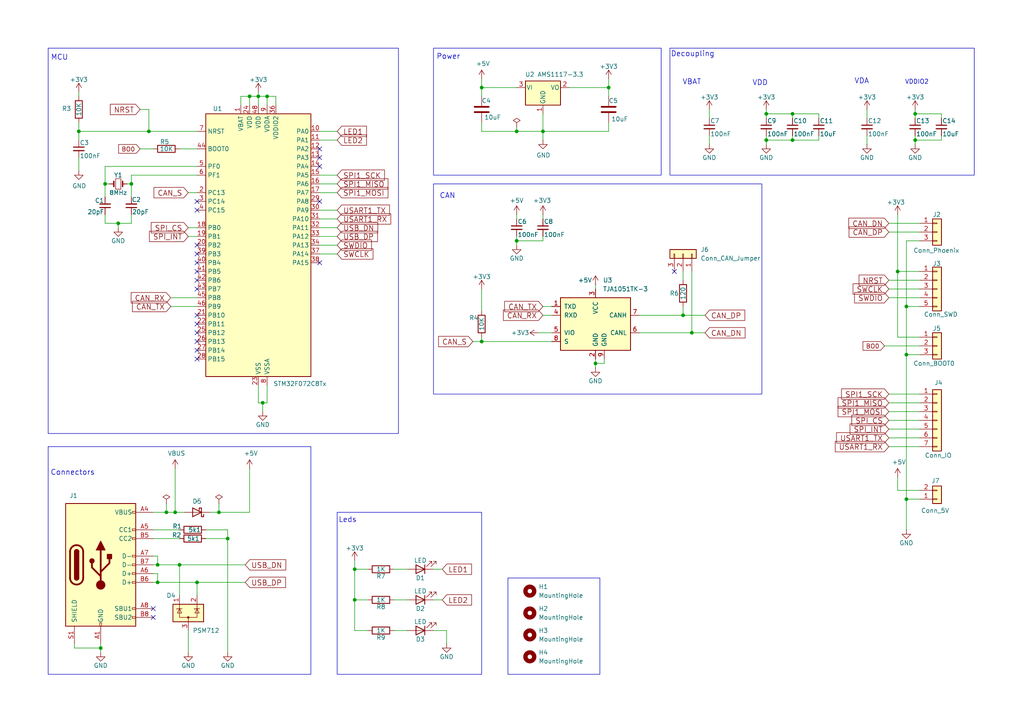
<source format=kicad_sch>
(kicad_sch (version 20250114) (generator "eeschema") (generator_version "9.0")
  (paper "A4")
  (title_block (title "canleLight") (date "2025-10-05") (rev "V2.1") (company "woldhack"))
  (rectangle (start 13.97 129.54) (end 90.17 195.58))
  (rectangle (start 147.32 167.64) (end 173.99 195.58))
  (rectangle (start 125.73 53.34) (end 220.98 114.3))
  (rectangle (start 194.31 13.97) (end 282.575 50.8))
  (rectangle (start 13.97 13.97) (end 115.57 125.73))
  (rectangle (start 125.73 13.97) (end 191.77 50.8))
  (rectangle (start 97.79 148.59) (end 139.7 195.58))
  (text "MCU" (at 17.272 16.764 0) (effects (font (size 1.524 1.524))))
  (text "Leds" (at 100.838 150.876 0) (effects (font (size 1.524 1.524))))
  (text "VDD" (at 220.472 24.13 0) (effects (font (size 1.524 1.524))))
  (text "Connectors" (at 21.082 137.16 0) (effects (font (size 1.524 1.524))))
  (text "VDDIO2" (at 265.938 23.876 0) (effects (font (size 1.27 1.27))))
  (text "VBAT" (at 200.66 23.876 0) (effects (font (size 1.524 1.524))))
  (text "VDA" (at 249.936 23.622 0) (effects (font (size 1.524 1.524))))
  (text "Power" (at 130.048 16.51 0) (effects (font (size 1.524 1.524))))
  (text "CAN" (at 129.794 56.896 0) (effects (font (size 1.524 1.524))))
  (text "Decoupling" (at 200.914 15.748 0) (effects (font (size 1.524 1.524))))
  (junction (at 102.87 165.1))
  (junction (at 45.72 163.83))
  (junction (at 229.87 40.64))
  (junction (at 72.39 27.94))
  (junction (at 139.7 25.4))
  (junction (at 229.87 33.02))
  (junction (at 38.1 53.34))
  (junction (at 265.43 40.64))
  (junction (at 50.8 148.59))
  (junction (at 52.07 163.83))
  (junction (at 43.18 38.1))
  (junction (at 66.04 156.21))
  (junction (at 176.53 25.4))
  (junction (at 260.35 78.74))
  (junction (at 139.7 99.06))
  (junction (at 262.89 144.78))
  (junction (at 222.25 33.02))
  (junction (at 149.86 38.1))
  (junction (at 157.48 38.1))
  (junction (at 29.21 187.96))
  (junction (at 149.86 69.85))
  (junction (at 76.2 116.84))
  (junction (at 48.26 148.59))
  (junction (at 198.12 91.44))
  (junction (at 63.5 148.59))
  (junction (at 262.89 102.87))
  (junction (at 57.15 168.91))
  (junction (at 34.29 64.77))
  (junction (at 200.66 96.52))
  (junction (at 74.93 27.94))
  (junction (at 30.48 53.34))
  (junction (at 45.72 168.91))
  (junction (at 172.72 105.41))
  (junction (at 22.86 38.1))
  (junction (at 222.25 40.64))
  (junction (at 262.89 88.9))
  (junction (at 265.43 33.02))
  (junction (at 102.87 173.99))
  (junction (at 77.47 27.94))
  (no_connect (at 57.15 101.6))
  (no_connect (at 57.15 76.2))
  (no_connect (at 57.15 71.12))
  (no_connect (at 57.15 99.06))
  (no_connect (at 57.15 73.66))
  (no_connect (at 92.71 45.72))
  (no_connect (at 92.71 58.42))
  (no_connect (at 57.15 78.74))
  (no_connect (at 44.45 176.53))
  (no_connect (at 57.15 96.52))
  (no_connect (at 92.71 43.18))
  (no_connect (at 44.45 179.07))
  (no_connect (at 92.71 76.2))
  (no_connect (at 57.15 93.98))
  (no_connect (at 195.58 78.74))
  (no_connect (at 92.71 48.26))
  (no_connect (at 57.15 58.42))
  (no_connect (at 57.15 104.14))
  (no_connect (at 57.15 60.96))
  (no_connect (at 57.15 81.28))
  (no_connect (at 57.15 83.82))
  (no_connect (at 57.15 91.44))
  (wire (pts (xy 52.07 163.83) (xy 52.07 172.72)))
  (wire (pts (xy 38.1 50.8) (xy 57.15 50.8)))
  (wire (pts (xy 222.25 40.64) (xy 229.87 40.64)))
  (wire (pts (xy 251.46 39.37) (xy 251.46 41.91)))
  (wire (pts (xy 172.72 82.55) (xy 172.72 83.82)))
  (wire (pts (xy 260.35 97.79) (xy 260.35 78.74)))
  (wire (pts (xy 102.87 165.1) (xy 102.87 173.99)))
  (wire (pts (xy 257.81 116.84) (xy 266.7 116.84)))
  (wire (pts (xy 77.47 27.94) (xy 80.01 27.94)))
  (wire (pts (xy 22.86 45.72) (xy 22.86 49.53)))
  (wire (pts (xy 265.43 40.64) (xy 273.05 40.64)))
  (wire (pts (xy 30.48 53.34) (xy 30.48 57.15)))
  (wire (pts (xy 72.39 27.94) (xy 72.39 30.48)))
  (wire (pts (xy 30.48 53.34) (xy 30.48 48.26)))
  (wire (pts (xy 48.26 146.05) (xy 48.26 148.59)))
  (wire (pts (xy 265.43 31.75) (xy 265.43 33.02)))
  (wire (pts (xy 260.35 78.74) (xy 266.7 78.74)))
  (wire (pts (xy 139.7 97.79) (xy 139.7 99.06)))
  (wire (pts (xy 273.05 39.37) (xy 273.05 40.64)))
  (wire (pts (xy 125.73 182.88) (xy 129.54 182.88)))
  (wire (pts (xy 45.72 163.83) (xy 45.72 161.29)))
  (wire (pts (xy 34.29 64.77) (xy 38.1 64.77)))
  (wire (pts (xy 30.48 53.34) (xy 31.75 53.34)))
  (wire (pts (xy 129.54 182.88) (xy 129.54 186.69)))
  (wire (pts (xy 22.86 38.1) (xy 22.86 40.64)))
  (wire (pts (xy 257.81 81.28) (xy 266.7 81.28)))
  (wire (pts (xy 76.2 116.84) (xy 77.47 116.84)))
  (wire (pts (xy 92.71 38.1) (xy 97.79 38.1)))
  (wire (pts (xy 76.2 119.38) (xy 76.2 116.84)))
  (wire (pts (xy 102.87 165.1) (xy 106.68 165.1)))
  (wire (pts (xy 198.12 78.74) (xy 198.12 81.28)))
  (wire (pts (xy 57.15 86.36) (xy 49.53 86.36)))
  (wire (pts (xy 74.93 116.84) (xy 76.2 116.84)))
  (wire (pts (xy 29.21 187.96) (xy 29.21 189.23)))
  (wire (pts (xy 74.93 27.94) (xy 77.47 27.94)))
  (wire (pts (xy 257.81 64.77) (xy 266.7 64.77)))
  (wire (pts (xy 257.81 86.36) (xy 266.7 86.36)))
  (wire (pts (xy 22.86 38.1) (xy 43.18 38.1)))
  (wire (pts (xy 262.89 88.9) (xy 262.89 102.87)))
  (wire (pts (xy 160.02 99.06) (xy 139.7 99.06)))
  (wire (pts (xy 229.87 33.02) (xy 237.49 33.02)))
  (wire (pts (xy 257.81 124.46) (xy 266.7 124.46)))
  (wire (pts (xy 92.71 50.8) (xy 97.79 50.8)))
  (wire (pts (xy 74.93 27.94) (xy 74.93 26.67)))
  (wire (pts (xy 260.35 142.24) (xy 260.35 138.43)))
  (wire (pts (xy 80.01 27.94) (xy 80.01 30.48)))
  (wire (pts (xy 57.15 55.88) (xy 54.61 55.88)))
  (wire (pts (xy 139.7 25.4) (xy 149.86 25.4)))
  (wire (pts (xy 176.53 25.4) (xy 176.53 22.86)))
  (wire (pts (xy 222.25 40.64) (xy 222.25 41.91)))
  (wire (pts (xy 43.18 38.1) (xy 57.15 38.1)))
  (wire (pts (xy 44.45 148.59) (xy 48.26 148.59)))
  (wire (pts (xy 92.71 63.5) (xy 97.79 63.5)))
  (wire (pts (xy 66.04 156.21) (xy 66.04 189.23)))
  (wire (pts (xy 139.7 25.4) (xy 139.7 27.94)))
  (wire (pts (xy 44.45 156.21) (xy 52.07 156.21)))
  (wire (pts (xy 66.04 153.67) (xy 59.69 153.67)))
  (wire (pts (xy 172.72 105.41) (xy 172.72 106.68)))
  (wire (pts (xy 54.61 66.04) (xy 57.15 66.04)))
  (wire (pts (xy 45.72 166.37) (xy 44.45 166.37)))
  (wire (pts (xy 69.85 27.94) (xy 72.39 27.94)))
  (wire (pts (xy 222.25 33.02) (xy 222.25 34.29)))
  (wire (pts (xy 102.87 162.56) (xy 102.87 165.1)))
  (wire (pts (xy 48.26 148.59) (xy 50.8 148.59)))
  (wire (pts (xy 165.1 25.4) (xy 176.53 25.4)))
  (wire (pts (xy 229.87 39.37) (xy 229.87 40.64)))
  (wire (pts (xy 149.86 71.12) (xy 149.86 69.85)))
  (wire (pts (xy 92.71 73.66) (xy 97.79 73.66)))
  (wire (pts (xy 265.43 39.37) (xy 265.43 40.64)))
  (wire (pts (xy 114.3 165.1) (xy 118.11 165.1)))
  (wire (pts (xy 74.93 111.76) (xy 74.93 116.84)))
  (wire (pts (xy 262.89 69.85) (xy 266.7 69.85)))
  (wire (pts (xy 30.48 64.77) (xy 30.48 62.23)))
  (wire (pts (xy 149.86 69.85) (xy 157.48 69.85)))
  (wire (pts (xy 262.89 102.87) (xy 262.89 144.78)))
  (wire (pts (xy 237.49 33.02) (xy 237.49 34.29)))
  (wire (pts (xy 57.15 168.91) (xy 57.15 172.72)))
  (wire (pts (xy 63.5 148.59) (xy 72.39 148.59)))
  (wire (pts (xy 157.48 69.85) (xy 157.48 68.58)))
  (wire (pts (xy 229.87 33.02) (xy 229.87 34.29)))
  (wire (pts (xy 50.8 148.59) (xy 53.34 148.59)))
  (wire (pts (xy 205.74 39.37) (xy 205.74 41.91)))
  (wire (pts (xy 44.45 168.91) (xy 45.72 168.91)))
  (wire (pts (xy 60.96 148.59) (xy 63.5 148.59)))
  (wire (pts (xy 257.81 83.82) (xy 266.7 83.82)))
  (wire (pts (xy 54.61 68.58) (xy 57.15 68.58)))
  (wire (pts (xy 54.61 182.88) (xy 54.61 189.23)))
  (wire (pts (xy 157.48 33.02) (xy 157.48 38.1)))
  (wire (pts (xy 40.64 43.18) (xy 44.45 43.18)))
  (wire (pts (xy 92.71 40.64) (xy 97.79 40.64)))
  (wire (pts (xy 257.81 127) (xy 266.7 127)))
  (wire (pts (xy 262.89 144.78) (xy 266.7 144.78)))
  (wire (pts (xy 176.53 35.56) (xy 176.53 38.1)))
  (wire (pts (xy 172.72 104.14) (xy 172.72 105.41)))
  (wire (pts (xy 77.47 30.48) (xy 77.47 27.94)))
  (wire (pts (xy 102.87 173.99) (xy 102.87 182.88)))
  (wire (pts (xy 38.1 64.77) (xy 38.1 62.23)))
  (wire (pts (xy 266.7 142.24) (xy 260.35 142.24)))
  (wire (pts (xy 74.93 30.48) (xy 74.93 27.94)))
  (wire (pts (xy 262.89 144.78) (xy 262.89 153.67)))
  (wire (pts (xy 175.26 105.41) (xy 172.72 105.41)))
  (wire (pts (xy 29.21 187.96) (xy 21.59 187.96)))
  (wire (pts (xy 222.25 31.75) (xy 222.25 33.02)))
  (wire (pts (xy 34.29 66.04) (xy 34.29 64.77)))
  (wire (pts (xy 176.53 25.4) (xy 176.53 27.94)))
  (wire (pts (xy 43.18 31.75) (xy 43.18 38.1)))
  (wire (pts (xy 175.26 104.14) (xy 175.26 105.41)))
  (wire (pts (xy 222.25 33.02) (xy 229.87 33.02)))
  (wire (pts (xy 77.47 116.84) (xy 77.47 111.76)))
  (wire (pts (xy 29.21 186.69) (xy 29.21 187.96)))
  (wire (pts (xy 198.12 91.44) (xy 204.47 91.44)))
  (wire (pts (xy 265.43 33.02) (xy 265.43 34.29)))
  (wire (pts (xy 200.66 96.52) (xy 204.47 96.52)))
  (wire (pts (xy 92.71 71.12) (xy 97.79 71.12)))
  (wire (pts (xy 38.1 50.8) (xy 38.1 53.34)))
  (wire (pts (xy 114.3 182.88) (xy 118.11 182.88)))
  (wire (pts (xy 114.3 173.99) (xy 118.11 173.99)))
  (wire (pts (xy 257.81 129.54) (xy 266.7 129.54)))
  (wire (pts (xy 102.87 173.99) (xy 106.68 173.99)))
  (wire (pts (xy 260.35 78.74) (xy 260.35 62.23)))
  (wire (pts (xy 92.71 66.04) (xy 97.79 66.04)))
  (wire (pts (xy 139.7 83.82) (xy 139.7 90.17)))
  (wire (pts (xy 52.07 163.83) (xy 45.72 163.83)))
  (wire (pts (xy 59.69 156.21) (xy 66.04 156.21)))
  (wire (pts (xy 125.73 173.99) (xy 128.27 173.99)))
  (wire (pts (xy 125.73 165.1) (xy 128.27 165.1)))
  (wire (pts (xy 69.85 30.48) (xy 69.85 27.94)))
  (wire (pts (xy 72.39 27.94) (xy 74.93 27.94)))
  (wire (pts (xy 50.8 135.89) (xy 50.8 148.59)))
  (wire (pts (xy 22.86 26.67) (xy 22.86 27.94)))
  (wire (pts (xy 92.71 55.88) (xy 97.79 55.88)))
  (wire (pts (xy 157.48 40.64) (xy 157.48 38.1)))
  (wire (pts (xy 157.48 88.9) (xy 160.02 88.9)))
  (wire (pts (xy 257.81 114.3) (xy 266.7 114.3)))
  (wire (pts (xy 63.5 146.05) (xy 63.5 148.59)))
  (wire (pts (xy 139.7 99.06) (xy 137.16 99.06)))
  (wire (pts (xy 92.71 53.34) (xy 97.79 53.34)))
  (wire (pts (xy 237.49 39.37) (xy 237.49 40.64)))
  (wire (pts (xy 57.15 168.91) (xy 45.72 168.91)))
  (wire (pts (xy 262.89 88.9) (xy 266.7 88.9)))
  (wire (pts (xy 229.87 40.64) (xy 237.49 40.64)))
  (wire (pts (xy 45.72 168.91) (xy 45.72 166.37)))
  (wire (pts (xy 205.74 31.75) (xy 205.74 34.29)))
  (wire (pts (xy 92.71 60.96) (xy 97.79 60.96)))
  (wire (pts (xy 257.81 121.92) (xy 266.7 121.92)))
  (wire (pts (xy 262.89 69.85) (xy 262.89 88.9)))
  (wire (pts (xy 185.42 96.52) (xy 200.66 96.52)))
  (wire (pts (xy 45.72 161.29) (xy 44.45 161.29)))
  (wire (pts (xy 22.86 35.56) (xy 22.86 38.1)))
  (wire (pts (xy 260.35 97.79) (xy 266.7 97.79)))
  (wire (pts (xy 265.43 33.02) (xy 273.05 33.02)))
  (wire (pts (xy 200.66 78.74) (xy 200.66 96.52)))
  (wire (pts (xy 38.1 53.34) (xy 36.83 53.34)))
  (wire (pts (xy 149.86 36.83) (xy 149.86 38.1)))
  (wire (pts (xy 156.21 96.52) (xy 160.02 96.52)))
  (wire (pts (xy 139.7 25.4) (xy 139.7 22.86)))
  (wire (pts (xy 273.05 33.02) (xy 273.05 34.29)))
  (wire (pts (xy 92.71 68.58) (xy 97.79 68.58)))
  (wire (pts (xy 57.15 88.9) (xy 49.53 88.9)))
  (wire (pts (xy 149.86 62.23) (xy 149.86 63.5)))
  (wire (pts (xy 52.07 43.18) (xy 57.15 43.18)))
  (wire (pts (xy 149.86 38.1) (xy 157.48 38.1)))
  (wire (pts (xy 257.81 67.31) (xy 266.7 67.31)))
  (wire (pts (xy 262.89 102.87) (xy 266.7 102.87)))
  (wire (pts (xy 38.1 53.34) (xy 38.1 57.15)))
  (wire (pts (xy 30.48 48.26) (xy 57.15 48.26)))
  (wire (pts (xy 44.45 163.83) (xy 45.72 163.83)))
  (wire (pts (xy 157.48 62.23) (xy 157.48 63.5)))
  (wire (pts (xy 44.45 153.67) (xy 52.07 153.67)))
  (wire (pts (xy 139.7 38.1) (xy 149.86 38.1)))
  (wire (pts (xy 139.7 35.56) (xy 139.7 38.1)))
  (wire (pts (xy 157.48 38.1) (xy 176.53 38.1)))
  (wire (pts (xy 149.86 69.85) (xy 149.86 68.58)))
  (wire (pts (xy 102.87 182.88) (xy 106.68 182.88)))
  (wire (pts (xy 71.12 163.83) (xy 52.07 163.83)))
  (wire (pts (xy 71.12 168.91) (xy 57.15 168.91)))
  (wire (pts (xy 66.04 153.67) (xy 66.04 156.21)))
  (wire (pts (xy 222.25 39.37) (xy 222.25 40.64)))
  (wire (pts (xy 257.81 119.38) (xy 266.7 119.38)))
  (wire (pts (xy 256.54 100.33) (xy 266.7 100.33)))
  (wire (pts (xy 198.12 88.9) (xy 198.12 91.44)))
  (wire (pts (xy 251.46 31.75) (xy 251.46 34.29)))
  (wire (pts (xy 21.59 186.69) (xy 21.59 187.96)))
  (wire (pts (xy 185.42 91.44) (xy 198.12 91.44)))
  (wire (pts (xy 265.43 40.64) (xy 265.43 41.91)))
  (wire (pts (xy 30.48 64.77) (xy 34.29 64.77)))
  (wire (pts (xy 157.48 91.44) (xy 160.02 91.44)))
  (wire (pts (xy 40.64 31.75) (xy 43.18 31.75)))
  (wire (pts (xy 72.39 148.59) (xy 72.39 135.89)))
  (global_label "USB_DN" (shape input) (at 97.79 66.04 0) (effects (font (size 1.524 1.524))) (property "Intersheetrefs" "${INTERSHEET_REFS}" (effects (hide yes))))
  (global_label "SPI1_MISO" (shape input) (at 97.79 53.34 0) (effects (font (size 1.524 1.524))) (property "Intersheetrefs" "${INTERSHEET_REFS}" (effects (hide yes))))
  (global_label "SPI1_MOSI" (shape input) (at 97.79 55.88 0) (effects (font (size 1.524 1.524))) (property "Intersheetrefs" "${INTERSHEET_REFS}" (effects (hide yes))))
  (global_label "CAN_S" (shape input) (at 54.61 55.88 180) (effects (font (size 1.524 1.524))) (property "Intersheetrefs" "${INTERSHEET_REFS}" (effects (hide yes))))
  (global_label "SWDIO" (shape input) (at 97.79 71.12 0) (effects (font (size 1.524 1.524))) (property "Intersheetrefs" "${INTERSHEET_REFS}" (effects (hide yes))))
  (global_label "NRST" (shape input) (at 40.64 31.75 180) (effects (font (size 1.524 1.524))) (property "Intersheetrefs" "${INTERSHEET_REFS}" (effects (hide yes))))
  (global_label "USB_DP" (shape input) (at 71.12 168.91 0) (effects (font (size 1.524 1.524))) (property "Intersheetrefs" "${INTERSHEET_REFS}" (effects (hide yes))))
  (global_label "CAN_TX" (shape input) (at 157.48 88.9 180) (effects (font (size 1.524 1.524))) (property "Intersheetrefs" "${INTERSHEET_REFS}" (effects (hide yes))))
  (global_label "CAN_RX" (shape input) (at 157.48 91.44 180) (effects (font (size 1.524 1.524))) (property "Intersheetrefs" "${INTERSHEET_REFS}" (effects (hide yes))))
  (global_label "SWCLK" (shape input) (at 97.79 73.66 0) (effects (font (size 1.524 1.524))) (property "Intersheetrefs" "${INTERSHEET_REFS}" (effects (hide yes))))
  (global_label "CAN_DN" (shape input) (at 257.81 64.77 180) (effects (font (size 1.524 1.524))) (property "Intersheetrefs" "${INTERSHEET_REFS}" (effects (hide yes))))
  (global_label "USART1_RX" (shape input) (at 97.79 63.5 0) (effects (font (size 1.524 1.524))) (property "Intersheetrefs" "${INTERSHEET_REFS}" (effects (hide yes))))
  (global_label "SPI1_MISO" (shape input) (at 257.81 116.84 180) (effects (font (size 1.524 1.524))) (property "Intersheetrefs" "${INTERSHEET_REFS}" (effects (hide yes))))
  (global_label "SPI_CS" (shape input) (at 257.81 121.92 180) (effects (font (size 1.524 1.524))) (property "Intersheetrefs" "${INTERSHEET_REFS}" (effects (hide yes))))
  (global_label "LED2" (shape input) (at 97.79 40.64 0) (effects (font (size 1.524 1.524))) (property "Intersheetrefs" "${INTERSHEET_REFS}" (effects (hide yes))))
  (global_label "SPI_INT" (shape input) (at 54.61 68.58 180) (effects (font (size 1.524 1.524))) (property "Intersheetrefs" "${INTERSHEET_REFS}" (effects (hide yes))))
  (global_label "USB_DN" (shape input) (at 71.12 163.83 0) (effects (font (size 1.524 1.524))) (property "Intersheetrefs" "${INTERSHEET_REFS}" (effects (hide yes))))
  (global_label "CAN_S" (shape input) (at 137.16 99.06 180) (effects (font (size 1.524 1.524))) (property "Intersheetrefs" "${INTERSHEET_REFS}" (effects (hide yes))))
  (global_label "LED1" (shape input) (at 128.27 165.1 0) (effects (font (size 1.524 1.524))) (property "Intersheetrefs" "${INTERSHEET_REFS}" (effects (hide yes))))
  (global_label "BO0" (shape input) (at 40.64 43.18 180) (property "Intersheetrefs" "${INTERSHEET_REFS}" (effects (hide yes))))
  (global_label "BO0" (shape input) (at 256.54 100.33 180) (property "Intersheetrefs" "${INTERSHEET_REFS}" (effects (hide yes))))
  (global_label "SWCLK" (shape input) (at 257.81 83.82 180) (effects (font (size 1.524 1.524))) (property "Intersheetrefs" "${INTERSHEET_REFS}" (effects (hide yes))))
  (global_label "SWDIO" (shape input) (at 257.81 86.36 180) (effects (font (size 1.524 1.524))) (property "Intersheetrefs" "${INTERSHEET_REFS}" (effects (hide yes))))
  (global_label "CAN_DP" (shape input) (at 257.81 67.31 180) (effects (font (size 1.524 1.524))) (property "Intersheetrefs" "${INTERSHEET_REFS}" (effects (hide yes))))
  (global_label "SPI_INT" (shape input) (at 257.81 124.46 180) (effects (font (size 1.524 1.524))) (property "Intersheetrefs" "${INTERSHEET_REFS}" (effects (hide yes))))
  (global_label "LED2" (shape input) (at 128.27 173.99 0) (effects (font (size 1.524 1.524))) (property "Intersheetrefs" "${INTERSHEET_REFS}" (effects (hide yes))))
  (global_label "USB_DP" (shape input) (at 97.79 68.58 0) (effects (font (size 1.524 1.524))) (property "Intersheetrefs" "${INTERSHEET_REFS}" (effects (hide yes))))
  (global_label "USART1_TX" (shape input) (at 97.79 60.96 0) (effects (font (size 1.524 1.524))) (property "Intersheetrefs" "${INTERSHEET_REFS}" (effects (hide yes))))
  (global_label "CAN_DP" (shape input) (at 204.47 91.44 0) (effects (font (size 1.524 1.524))) (property "Intersheetrefs" "${INTERSHEET_REFS}" (effects (hide yes))))
  (global_label "SPI_CS" (shape input) (at 54.61 66.04 180) (effects (font (size 1.524 1.524))) (property "Intersheetrefs" "${INTERSHEET_REFS}" (effects (hide yes))))
  (global_label "USART1_TX" (shape input) (at 257.81 127 180) (effects (font (size 1.524 1.524))) (property "Intersheetrefs" "${INTERSHEET_REFS}" (effects (hide yes))))
  (global_label "CAN_TX" (shape input) (at 49.53 88.9 180) (effects (font (size 1.524 1.524))) (property "Intersheetrefs" "${INTERSHEET_REFS}" (effects (hide yes))))
  (global_label "CAN_RX" (shape input) (at 49.53 86.36 180) (effects (font (size 1.524 1.524))) (property "Intersheetrefs" "${INTERSHEET_REFS}" (effects (hide yes))))
  (global_label "USART1_RX" (shape input) (at 257.81 129.54 180) (effects (font (size 1.524 1.524))) (property "Intersheetrefs" "${INTERSHEET_REFS}" (effects (hide yes))))
  (global_label "NRST" (shape input) (at 257.81 81.28 180) (effects (font (size 1.524 1.524))) (property "Intersheetrefs" "${INTERSHEET_REFS}" (effects (hide yes))))
  (global_label "SPI1_SCK" (shape input) (at 97.79 50.8 0) (effects (font (size 1.524 1.524))) (property "Intersheetrefs" "${INTERSHEET_REFS}" (effects (hide yes))))
  (global_label "CAN_DN" (shape input) (at 204.47 96.52 0) (effects (font (size 1.524 1.524))) (property "Intersheetrefs" "${INTERSHEET_REFS}" (effects (hide yes))))
  (global_label "SPI1_SCK" (shape input) (at 257.81 114.3 180) (effects (font (size 1.524 1.524))) (property "Intersheetrefs" "${INTERSHEET_REFS}" (effects (hide yes))))
  (global_label "LED1" (shape input) (at 97.79 38.1 0) (effects (font (size 1.524 1.524))) (property "Intersheetrefs" "${INTERSHEET_REFS}" (effects (hide yes))))
  (global_label "SPI1_MOSI" (shape input) (at 257.81 119.38 180) (effects (font (size 1.524 1.524))) (property "Intersheetrefs" "${INTERSHEET_REFS}" (effects (hide yes))))
  (symbol (lib_id "power:PWR_FLAG") (at 48.26 146.05 0) (unit 1)
    (property "Reference" "#FLG03" (effects (hide yes)))
    (property "Value" "PWR_FLAG" (effects (hide yes)))
  )
  (symbol (lib_id "power:PWR_FLAG") (at 63.5 146.05 0) (unit 1)
    (property "Reference" "#FLG04" (effects (hide yes)))
    (property "Value" "PWR_FLAG" (effects (hide yes)))
  )
  (symbol (lib_id "power:PWR_FLAG") (at 149.86 36.83 0) (unit 1)
    (property "Reference" "#FLG01" (effects (hide yes)))
    (property "Value" "PWR_FLAG" (effects (hide yes)))
  )
  (symbol (lib_id "Device:LED") (at 121.92 165.1 180) (unit 1)
    (property "Reference" "D1" (at 121.92 167.64 0))
    (property "Value" "LED" (at 121.92 162.56 0))
    (property "Footprint" "LED_SMD:LED_0603_1608Metric" (effects (hide yes)))
    (property "Description" "Light emitting diode" (effects (hide yes)))
    (property "LCSC" "C2290" (effects (hide yes)))
    (property "Sim.Pins" "1=K 2=A" (effects (hide yes)))
  )
  (symbol (lib_id "Connector_Generic:Conn_01x03") (at 271.78 100.33 0) (unit 1)
    (property "Reference" "J5" (at 270.51 95.25 0) (effects (justify left)))
    (property "Value" "Conn_BOOT0" (at 264.922 105.41 0) (effects (justify left)))
    (property "Footprint" "Connector_PinHeader_2.54mm:PinHeader_1x03_P2.54mm_Vertical" (effects (hide yes)))
    (property "Description" "Generic connector, single row, 01x03, script generated (kicad-library-utils/schlib/autogen/connector/)" (effects (hide yes)))
    (property "LCSC" "C32713269" (effects (hide yes)))
  )
  (symbol (lib_id "power:VBUS") (at 50.8 135.89 0) (unit 1)
    (property "Reference" "#PWR035" (effects (hide yes)))
    (property "Value" "VBUS" (at 51.181 131.4958 0))
  )
  (symbol (lib_id "stm32world:USB_C_Receptacle_USB2.0") (at 29.21 163.83 0) (unit 1)
    (property "Reference" "J1" (at 21.336 143.764 0))
    (property "Value" "USB_C_Receptacle_USB2.0" (effects (hide yes)))
    (property "Footprint" "stm32world:USB_C_Receptacle_HRO_TYPE-C-31-M-12" (effects (hide yes)))
    (property "LCSC" "C165948" (effects (hide yes)))
  )
  (symbol (lib_id "power:+3.3V") (at 157.48 62.23 0) (unit 1)
    (property "Reference" "#PWR025" (effects (hide yes)))
    (property "Value" "+3V3" (at 157.226 58.166 0))
    (property "Description" "Power symbol creates a global label with name \"+3.3V\"" (effects (hide yes)))
  )
  (symbol (lib_id "Device:R") (at 139.7 93.98 0) (unit 1)
    (property "Reference" "R4" (at 137.414 92.202 0))
    (property "Value" "10K" (at 139.7 93.98 90))
    (property "Footprint" "Resistor_SMD:R_0603_1608Metric" (effects (hide yes)))
    (property "Description" "Resistor" (effects (hide yes)))
    (property "LCSC" "C25804" (effects (hide yes)))
  )
  (symbol (lib_id "power:+5V") (at 72.39 135.89 0) (unit 1)
    (property "Reference" "#PWR036" (effects (hide yes)))
    (property "Value" "+5V" (at 72.771 131.4958 0))
  )
  (symbol (lib_id "Device:R") (at 48.26 43.18 90) (unit 1)
    (property "Reference" "R5" (at 47.752 41.148 90))
    (property "Value" "10K" (at 48.26 43.18 90))
    (property "Footprint" "Resistor_SMD:R_0603_1608Metric" (effects (hide yes)))
    (property "Description" "Resistor" (effects (hide yes)))
    (property "LCSC" "C25804" (effects (hide yes)))
  )
  (symbol (lib_id "Device:C_Small") (at 229.87 36.83 0) (unit 1)
    (property "Reference" "C10" (at 230.124 35.052 0) (effects (justify left)))
    (property "Value" "100nF" (at 230.124 38.862 0) (effects (justify left)))
    (property "Footprint" "Capacitor_SMD:C_0603_1608Metric" (effects (hide yes)))
    (property "Description" "Unpolarized capacitor, small symbol" (effects (hide yes)))
    (property "LCSC" "C14663" (effects (hide yes)))
  )
  (symbol (lib_id "Connector_Generic:Conn_01x07") (at 271.78 121.92 0) (unit 1)
    (property "Reference" "J4" (at 271.018 110.998 0) (effects (justify left)))
    (property "Value" "Conn_IO" (at 268.224 132.08 0) (effects (justify left)))
    (property "Footprint" "Connector_PinHeader_2.54mm:PinHeader_1x07_P2.54mm_Vertical" (effects (hide yes)))
    (property "Description" "Generic connector, single row, 01x07, script generated (kicad-library-utils/schlib/autogen/connector/)" (effects (hide yes)))
    (property "LCSC" "C32713273" (effects (hide yes)))
  )
  (symbol (lib_id "stm32world:AMS1117-3.3") (at 157.48 25.4 0) (unit 1)
    (property "Reference" "U2" (at 153.67 21.59 0))
    (property "Value" "AMS1117-3.3" (at 162.56 21.59 0))
    (property "Footprint" "Package_TO_SOT_SMD:SOT-223-3_TabPin2" (effects (hide yes)))
    (property "Datasheet" "https://datasheet.lcsc.com/lcsc/1811142212_Advanced-Monolithic-Systems-AMS1117-3-3_C6186.pdf" (effects (hide yes)))
    (property "LCSC" "C6186" (effects (hide yes)))
  )
  (symbol (lib_id "Mechanical:MountingHole") (at 153.67 171.45 0) (unit 1) (exclude_from_sim yes) (in_bom no)
    (property "Reference" "H1" (at 156.21 170.1799 0) (effects (justify left)))
    (property "Value" "MountingHole" (at 156.21 172.7199 0) (effects (justify left)))
    (property "Footprint" "MountingHole:MountingHole_2.1mm" (effects (hide yes)))
    (property "Description" "Mounting Hole without connection" (effects (hide yes)))
  )
  (symbol (lib_id "power:GND") (at 66.04 189.23 0) (unit 1)
    (property "Reference" "#PWR04" (effects (hide yes)))
    (property "Value" "GND" (at 66.04 193.04 0))
    (property "Description" "Power symbol creates a global label with name \"GND\" , ground" (effects (hide yes)))
  )
  (symbol (lib_id "Device:R") (at 110.49 165.1 270) (unit 1)
    (property "Reference" "R7" (at 110.49 167.132 90))
    (property "Value" "1K" (at 110.49 165.1 90))
    (property "Footprint" "Resistor_SMD:R_0603_1608Metric" (effects (hide yes)))
    (property "Description" "Resistor" (effects (hide yes)))
    (property "LCSC" "C21190" (effects (hide yes)))
  )
  (symbol (lib_name "+3.3V_12") (lib_id "candleLight-rescue:+3.3V") (at 205.74 31.75 0) (unit 1)
    (property "Reference" "#PWR023" (effects (hide yes)))
    (property "Value" "+3V3" (at 205.74 28.194 0))
  )
  (symbol (lib_id "power:GND") (at 129.54 186.69 0) (unit 1)
    (property "Reference" "#PWR033" (effects (hide yes)))
    (property "Value" "GND" (at 129.54 190.5 0))
    (property "Description" "Power symbol creates a global label with name \"GND\" , ground" (effects (hide yes)))
  )
  (symbol (lib_id "power:GND") (at 251.46 41.91 0) (unit 1)
    (property "Reference" "#PWR030" (effects (hide yes)))
    (property "Value" "GND" (at 251.46 45.72 0))
    (property "Description" "Power symbol creates a global label with name \"GND\" , ground" (effects (hide yes)))
  )
  (symbol (lib_id "power:GND") (at 265.43 41.91 0) (unit 1)
    (property "Reference" "#PWR032" (effects (hide yes)))
    (property "Value" "GND" (at 265.43 45.72 0))
    (property "Description" "Power symbol creates a global label with name \"GND\" , ground" (effects (hide yes)))
  )
  (symbol (lib_id "Device:C_Small") (at 222.25 36.83 0) (unit 1)
    (property "Reference" "C9" (at 222.504 35.052 0) (effects (justify left)))
    (property "Value" "100nF" (at 222.504 38.862 0) (effects (justify left)))
    (property "Footprint" "Capacitor_SMD:C_0603_1608Metric" (effects (hide yes)))
    (property "Description" "Unpolarized capacitor, small symbol" (effects (hide yes)))
    (property "LCSC" "C14663" (effects (hide yes)))
  )
  (symbol (lib_id "Device:R") (at 22.86 31.75 0) (unit 1)
    (property "Reference" "R3" (at 19.304 31.496 0))
    (property "Value" "10K" (at 22.86 31.75 90))
    (property "Footprint" "Resistor_SMD:R_0603_1608Metric" (effects (hide yes)))
    (property "Description" "Resistor" (effects (hide yes)))
    (property "LCSC" "C25804" (effects (hide yes)))
  )
  (symbol (lib_id "power:+3.3V") (at 260.35 62.23 0) (unit 1)
    (property "Reference" "#PWR08" (effects (hide yes)))
    (property "Value" "+3V3" (at 259.842 58.674 0))
    (property "Description" "Power symbol creates a global label with name \"+3.3V\"" (effects (hide yes)))
  )
  (symbol (lib_id "power:+5V") (at 139.7 22.86 0) (unit 1)
    (property "Reference" "#PWR012" (effects (hide yes)))
    (property "Value" "+5V" (at 140.081 18.4658 0))
  )
  (symbol (lib_id "Device:C_Small") (at 157.48 66.04 0) (unit 1)
    (property "Reference" "C8" (at 157.734 64.262 0) (effects (justify left)))
    (property "Value" "100nF" (at 157.734 68.072 0) (effects (justify left)))
    (property "Footprint" "Capacitor_SMD:C_0603_1608Metric" (effects (hide yes)))
    (property "Description" "Unpolarized capacitor, small symbol" (effects (hide yes)))
    (property "LCSC" "C14663" (effects (hide yes)))
  )
  (symbol (lib_id "Mechanical:MountingHole") (at 153.67 190.5 0) (unit 1) (exclude_from_sim yes) (in_bom no)
    (property "Reference" "H4" (at 156.21 189.2299 0) (effects (justify left)))
    (property "Value" "MountingHole" (at 156.21 191.7699 0) (effects (justify left)))
    (property "Footprint" "MountingHole:MountingHole_2.1mm" (effects (hide yes)))
    (property "Description" "Mounting Hole without connection" (effects (hide yes)))
  )
  (symbol (lib_id "Device:D_Schottky") (at 57.15 148.59 180) (unit 1)
    (property "Reference" "D5" (at 57.15 145.415 0))
    (property "Value" "~" (at 57.15 145.3896 0))
    (property "Footprint" "Diode_SMD:D_SOD-123" (effects (hide yes)))
    (property "LCSC" "C8598" (effects (hide yes)))
  )
  (symbol (lib_id "Device:C_Small") (at 149.86 66.04 0) (unit 1)
    (property "Reference" "C6" (at 150.114 64.262 0) (effects (justify left)))
    (property "Value" "100nF" (at 150.114 68.072 0) (effects (justify left)))
    (property "Footprint" "Capacitor_SMD:C_0603_1608Metric" (effects (hide yes)))
    (property "Description" "Unpolarized capacitor, small symbol" (effects (hide yes)))
    (property "LCSC" "C14663" (effects (hide yes)))
  )
  (symbol (lib_id "power:+5V") (at 260.35 138.43 0) (unit 1)
    (property "Reference" "#PWR037" (effects (hide yes)))
    (property "Value" "+5V" (at 260.731 134.0358 0))
  )
  (symbol (lib_id "Interface_CAN_LIN:TJA1051TK-3") (at 172.72 93.98 0) (unit 1)
    (property "Reference" "U3" (at 174.8633 81.28 0) (effects (justify left)))
    (property "Value" "TJA1051TK-3" (at 174.8633 83.82 0) (effects (justify left)))
    (property "Footprint" "Package_DFN_QFN:DFN-8-1EP_3x3mm_P0.65mm_EP1.55x2.4mm" (effects (hide yes)))
    (property "Datasheet" "http://www.nxp.com/docs/en/data-sheet/TJA1051.pdf" (effects (hide yes)))
    (property "Description" "High-Speed CAN Transceiver, separate VIO, silent mode, DFN-8" (effects (hide yes)))
    (property "LCSC" "C2875699" (effects (hide yes)))
  )
  (symbol (lib_id "power:GND") (at 205.74 41.91 0) (unit 1)
    (property "Reference" "#PWR024" (effects (hide yes)))
    (property "Value" "GND" (at 205.74 45.72 0))
    (property "Description" "Power symbol creates a global label with name \"GND\" , ground" (effects (hide yes)))
  )
  (symbol (lib_id "Device:R") (at 55.88 156.21 90) (unit 1)
    (property "Reference" "R2" (at 52.578 155.194 90) (effects (justify left)))
    (property "Value" "5k1" (at 57.912 156.21 90) (effects (justify left)))
    (property "Footprint" "Resistor_SMD:R_0603_1608Metric" (effects (hide yes)))
    (property "Description" "Resistor" (effects (hide yes)))
    (property "LCSC" "C23186" (effects (hide yes)))
  )
  (symbol (lib_id "Device:LED") (at 121.92 182.88 180) (unit 1)
    (property "Reference" "D3" (at 121.92 185.42 0))
    (property "Value" "LED" (at 121.92 180.34 0))
    (property "Footprint" "LED_SMD:LED_0603_1608Metric" (effects (hide yes)))
    (property "Description" "Light emitting diode" (effects (hide yes)))
    (property "LCSC" "C2286" (effects (hide yes)))
    (property "Sim.Pins" "1=K 2=A" (effects (hide yes)))
  )
  (symbol (lib_name "Conn_01x02_1") (lib_id "Connector_Generic:Conn_01x02") (at 271.78 142.24 0) (unit 1)
    (property "Reference" "J7" (at 272.542 139.446 0) (effects (justify right)))
    (property "Value" "Conn_5V" (at 275.336 148.082 0) (effects (justify right)))
    (property "Footprint" "Connector_PinHeader_2.54mm:PinHeader_1x02_P2.54mm_Vertical" (effects (hide yes)))
    (property "Description" "Generic connector, single row, 01x02, script generated (kicad-library-utils/schlib/autogen/connector/)" (effects (hide yes)))
    (property "LCSC" "C32713268" (effects (hide yes)))
  )
  (symbol (lib_id "power:+3.3V") (at 156.21 96.52 90) (unit 1)
    (property "Reference" "#PWR017" (effects (hide yes)))
    (property "Value" "+3V3" (at 150.876 96.52 90))
    (property "Description" "Power symbol creates a global label with name \"+3.3V\"" (effects (hide yes)))
  )
  (symbol (lib_id "power:GND") (at 157.48 40.64 0) (unit 1)
    (property "Reference" "#PWR014" (effects (hide yes)))
    (property "Value" "GND" (at 157.607 45.0342 0))
  )
  (symbol (lib_id "power:GND") (at 172.72 106.68 0) (unit 1)
    (property "Reference" "#PWR020" (effects (hide yes)))
    (property "Value" "GND" (at 172.72 110.49 0))
    (property "Description" "Power symbol creates a global label with name \"GND\" , ground" (effects (hide yes)))
  )
  (symbol (lib_id "Device:C_Small") (at 30.48 59.69 180) (unit 1)
    (property "Reference" "C1" (at 30.226 58.166 0) (effects (justify left)))
    (property "Value" "20pF" (at 30.226 61.468 0) (effects (justify left)))
    (property "Footprint" "Capacitor_SMD:C_0603_1608Metric" (effects (hide yes)))
    (property "Description" "Unpolarized capacitor, small symbol" (effects (hide yes)))
    (property "LCSC" "C1648" (effects (hide yes)))
  )
  (symbol (lib_id "power:GND") (at 29.21 189.23 0) (unit 1)
    (property "Reference" "#PWR01" (effects (hide yes)))
    (property "Value" "GND" (at 29.21 193.04 0))
    (property "Description" "Power symbol creates a global label with name \"GND\" , ground" (effects (hide yes)))
  )
  (symbol (lib_id "Device:C_Small") (at 22.86 43.18 0) (unit 1)
    (property "Reference" "C3" (at 23.114 41.402 0) (effects (justify left)))
    (property "Value" "100nF" (at 23.114 45.212 0) (effects (justify left)))
    (property "Footprint" "Capacitor_SMD:C_0603_1608Metric" (effects (hide yes)))
    (property "Description" "Unpolarized capacitor, small symbol" (effects (hide yes)))
    (property "LCSC" "C14663" (effects (hide yes)))
  )
  (symbol (lib_id "Device:C_Small") (at 38.1 59.69 180) (unit 1)
    (property "Reference" "C2" (at 40.894 57.912 0) (effects (justify left)))
    (property "Value" "20pF" (at 43.18 61.468 0) (effects (justify left)))
    (property "Footprint" "Capacitor_SMD:C_0603_1608Metric" (effects (hide yes)))
    (property "Description" "Unpolarized capacitor, small symbol" (effects (hide yes)))
    (property "LCSC" "C1648" (effects (hide yes)))
  )
  (symbol (lib_id "stm32world:C_10UF_0805") (at 139.7 31.75 0) (unit 1)
    (property "Reference" "C4" (at 139.7 29.21 0) (effects (justify left)))
    (property "Value" "10uF" (at 140.462 34.036 0) (effects (justify left)))
    (property "Footprint" "Capacitor_SMD:C_0805_2012Metric" (effects (hide yes)))
    (property "LCSC" "C15850" (effects (hide yes)))
  )
  (symbol (lib_name "+3.3V_10") (lib_id "candleLight-rescue:+3.3V") (at 74.93 26.67 0) (unit 1)
    (property "Reference" "#PWR05" (effects (hide yes)))
    (property "Value" "+3V3" (at 74.93 23.114 0))
  )
  (symbol (lib_id "MCU_ST_STM32F0:STM32F072C8Tx") (at 74.93 71.12 0) (unit 1)
    (property "Reference" "U1" (at 61.722 32.258 0) (effects (justify left bottom)))
    (property "Value" "STM32F072C8Tx" (at 94.742 112.014 0) (effects (justify right bottom)))
    (property "Footprint" "Package_QFP:LQFP-48_7x7mm_P0.5mm" (effects (hide yes)))
    (property "Datasheet" "https://www.st.com/resource/en/datasheet/stm32f072c8.pdf" (effects (hide yes)))
    (property "Description" "STMicroelectronics Arm Cortex-M0 MCU, 64KB flash, 16KB RAM, 48 MHz, 2.0-3.6V, 37 GPIO, LQFP48" (effects (hide yes)))
    (property "LCSC" "C80488" (effects (hide yes)))
  )
  (symbol (lib_id "Connector_Generic:Conn_01x03") (at 271.78 67.31 0) (unit 1)
    (property "Reference" "J2" (at 270.51 62.23 0) (effects (justify left)))
    (property "Value" "Conn_Phoenix" (at 264.922 72.644 0) (effects (justify left)))
    (property "Footprint" "TerminalBlock_Phoenix:TerminalBlock_Phoenix_MKDS-1,5-3-5.08_1x03_P5.08mm_Horizontal" (effects (hide yes)))
    (property "Description" "Generic connector, single row, 01x03, script generated (kicad-library-utils/schlib/autogen/connector/)" (effects (hide yes)))
    (property "LCSC" "C474951" (effects (hide yes)))
  )
  (symbol (lib_id "power:+3V3") (at 176.53 22.86 0) (unit 1)
    (property "Reference" "#PWR018" (effects (hide yes)))
    (property "Value" "+3V3" (at 176.53 19.2842 0))
  )
  (symbol (lib_id "Connector_Generic:Conn_01x05") (at 271.78 83.82 0) (unit 1)
    (property "Reference" "J3" (at 270.51 76.454 0) (effects (justify left)))
    (property "Value" "Conn_SWD" (at 267.97 91.186 0) (effects (justify left)))
    (property "Footprint" "Connector_PinHeader_2.54mm:PinHeader_1x05_P2.54mm_Vertical" (effects (hide yes)))
    (property "Description" "Generic connector, single row, 01x05, script generated (kicad-library-utils/schlib/autogen/connector/)" (effects (hide yes)))
    (property "LCSC" "C32713271" (effects (hide yes)))
  )
  (symbol (lib_id "power:+3.3V") (at 139.7 83.82 0) (unit 1)
    (property "Reference" "#PWR013" (effects (hide yes)))
    (property "Value" "+3V3" (at 139.7 80.264 0))
    (property "Description" "Power symbol creates a global label with name \"+3.3V\"" (effects (hide yes)))
  )
  (symbol (lib_id "Device:LED") (at 121.92 173.99 180) (unit 1)
    (property "Reference" "D2" (at 121.92 176.53 0))
    (property "Value" "LED" (at 121.92 171.45 0))
    (property "Footprint" "LED_SMD:LED_0603_1608Metric" (effects (hide yes)))
    (property "Description" "Light emitting diode" (effects (hide yes)))
    (property "LCSC" "C2290" (effects (hide yes)))
    (property "Sim.Pins" "1=K 2=A" (effects (hide yes)))
  )
  (symbol (lib_id "power:GND") (at 76.2 119.38 0) (unit 1)
    (property "Reference" "#PWR06" (effects (hide yes)))
    (property "Value" "GND" (at 76.2 123.19 0))
    (property "Description" "Power symbol creates a global label with name \"GND\" , ground" (effects (hide yes)))
  )
  (symbol (lib_id "Device:R") (at 55.88 153.67 270) (unit 1)
    (property "Reference" "R1" (at 50.038 152.654 90) (effects (justify left)))
    (property "Value" "5k1" (at 54.61 153.67 90) (effects (justify left)))
    (property "Footprint" "Resistor_SMD:R_0603_1608Metric" (effects (hide yes)))
    (property "Description" "Resistor" (effects (hide yes)))
    (property "LCSC" "C23186" (effects (hide yes)))
  )
  (symbol (lib_id "power:GND") (at 222.25 41.91 0) (unit 1)
    (property "Reference" "#PWR027" (effects (hide yes)))
    (property "Value" "GND" (at 222.25 45.72 0))
    (property "Description" "Power symbol creates a global label with name \"GND\" , ground" (effects (hide yes)))
  )
  (symbol (lib_id "power:GND") (at 54.61 189.23 0) (unit 1)
    (property "Reference" "#PWR034" (effects (hide yes)))
    (property "Value" "GND" (at 54.61 193.04 0))
    (property "Description" "Power symbol creates a global label with name \"GND\" , ground" (effects (hide yes)))
  )
  (symbol (lib_id "power:+3.3V") (at 102.87 162.56 0) (unit 1)
    (property "Reference" "#PWR028" (effects (hide yes)))
    (property "Value" "+3V3" (at 102.87 159.004 0))
    (property "Description" "Power symbol creates a global label with name \"+3.3V\"" (effects (hide yes)))
  )
  (symbol (lib_id "Mechanical:MountingHole") (at 153.67 177.8 0) (unit 1) (exclude_from_sim yes) (in_bom no)
    (property "Reference" "H2" (at 156.21 176.5299 0) (effects (justify left)))
    (property "Value" "MountingHole" (at 156.21 179.0699 0) (effects (justify left)))
    (property "Footprint" "MountingHole:MountingHole_2.1mm" (effects (hide yes)))
    (property "Description" "Mounting Hole without connection" (effects (hide yes)))
  )
  (symbol (lib_id "Device:C_Small") (at 237.49 36.83 0) (unit 1)
    (property "Reference" "C11" (at 237.744 35.052 0) (effects (justify left)))
    (property "Value" "10uF" (at 237.744 38.862 0) (effects (justify left)))
    (property "Footprint" "Capacitor_SMD:C_0805_2012Metric" (effects (hide yes)))
    (property "Description" "Unpolarized capacitor, small symbol" (effects (hide yes)))
    (property "LCSC" "C15850" (effects (hide yes)))
  )
  (symbol (lib_id "power:+3V3") (at 22.86 26.67 0) (unit 1)
    (property "Reference" "#PWR010" (effects (hide yes)))
    (property "Value" "+3V3" (at 22.86 23.0942 0))
  )
  (symbol (lib_id "Device:R") (at 198.12 85.09 0) (unit 1)
    (property "Reference" "R6" (at 195.58 85.09 0))
    (property "Value" "120" (at 198.12 85.09 90))
    (property "Footprint" "Resistor_SMD:R_0603_1608Metric" (effects (hide yes)))
    (property "Description" "Resistor" (effects (hide yes)))
    (property "LCSC" "C22787" (effects (hide yes)))
  )
  (symbol (lib_id "Device:C_Small") (at 251.46 36.83 0) (unit 1)
    (property "Reference" "C12" (at 251.714 35.052 0) (effects (justify left)))
    (property "Value" "100nF" (at 251.714 38.862 0) (effects (justify left)))
    (property "Footprint" "Capacitor_SMD:C_0603_1608Metric" (effects (hide yes)))
    (property "Description" "Unpolarized capacitor, small symbol" (effects (hide yes)))
    (property "LCSC" "C14663" (effects (hide yes)))
  )
  (symbol (lib_id "Device:R") (at 110.49 173.99 270) (unit 1)
    (property "Reference" "R8" (at 110.49 176.022 90))
    (property "Value" "1K" (at 110.49 173.99 90))
    (property "Footprint" "Resistor_SMD:R_0603_1608Metric" (effects (hide yes)))
    (property "Description" "Resistor" (effects (hide yes)))
    (property "LCSC" "C21190" (effects (hide yes)))
  )
  (symbol (lib_id "Device:C_Small") (at 205.74 36.83 0) (unit 1)
    (property "Reference" "C7" (at 205.994 35.052 0) (effects (justify left)))
    (property "Value" "100nF" (at 205.994 38.862 0) (effects (justify left)))
    (property "Footprint" "Capacitor_SMD:C_0603_1608Metric" (effects (hide yes)))
    (property "Description" "Unpolarized capacitor, small symbol" (effects (hide yes)))
    (property "LCSC" "C14663" (effects (hide yes)))
  )
  (symbol (lib_id "Device:Crystal_Small") (at 34.29 53.34 0) (unit 1)
    (property "Reference" "Y1" (at 34.29 50.8 0))
    (property "Value" "8MHz" (at 34.29 55.88 0))
    (property "Footprint" "Crystal:Crystal_SMD_Abracon_ABM3-2Pin_5.0x3.2mm" (effects (hide yes)))
    (property "Description" "Two pin crystal, small symbol" (effects (hide yes)))
    (property "LCSC" "C115962" (effects (hide yes)))
  )
  (symbol (lib_id "power:+5V") (at 172.72 82.55 0) (unit 1)
    (property "Reference" "#PWR019" (effects (hide yes)))
    (property "Value" "+5V" (at 169.672 81.28 0))
    (property "Description" "Power symbol creates a global label with name \"+5V\"" (effects (hide yes)))
  )
  (symbol (lib_id "Device:C_Small") (at 265.43 36.83 0) (unit 1)
    (property "Reference" "C13" (at 265.684 35.052 0) (effects (justify left)))
    (property "Value" "100nF" (at 265.684 38.862 0) (effects (justify left)))
    (property "Footprint" "Capacitor_SMD:C_0603_1608Metric" (effects (hide yes)))
    (property "Description" "Unpolarized capacitor, small symbol" (effects (hide yes)))
    (property "LCSC" "C14663" (effects (hide yes)))
  )
  (symbol (lib_id "Device:R") (at 110.49 182.88 270) (unit 1)
    (property "Reference" "R9" (at 110.49 184.912 90))
    (property "Value" "1K" (at 110.49 182.88 90))
    (property "Footprint" "Resistor_SMD:R_0603_1608Metric" (effects (hide yes)))
    (property "Description" "Resistor" (effects (hide yes)))
    (property "LCSC" "C21190" (effects (hide yes)))
  )
  (symbol (lib_id "Device:C_Small") (at 273.05 36.83 0) (unit 1)
    (property "Reference" "C14" (at 273.304 35.052 0) (effects (justify left)))
    (property "Value" "10uF" (at 273.304 38.862 0) (effects (justify left)))
    (property "Footprint" "Capacitor_SMD:C_0805_2012Metric" (effects (hide yes)))
    (property "Description" "Unpolarized capacitor, small symbol" (effects (hide yes)))
    (property "LCSC" "C15850" (effects (hide yes)))
  )
  (symbol (lib_id "Power_Protection:SP0502BAHT") (at 54.61 177.8 0) (unit 1)
    (property "Reference" "D4" (at 48.26 172.72 0) (effects (justify left)))
    (property "Value" "PSM712" (at 55.88 182.88 0) (effects (justify left)))
    (property "Footprint" "Package_TO_SOT_SMD:SOT-23" (effects (hide yes)))
    (property "Datasheet" "http://www.littelfuse.com/~/media/files/littelfuse/technical%20resources/documents/data%20sheets/sp05xxba.pdf" (effects (hide yes)))
    (property "LCSC" "C32677" (effects (hide yes)))
  )
  (symbol (lib_name "Conn_01x03_1") (lib_id "Connector_Generic:Conn_01x03") (at 198.12 73.66 90) (unit 1)
    (property "Reference" "J6" (at 203.2 72.3899 90) (effects (justify right)))
    (property "Value" "Conn_CAN_Jumper" (at 203.2 74.9299 90) (effects (justify right)))
    (property "Footprint" "Connector_PinHeader_2.54mm:PinHeader_1x03_P2.54mm_Vertical" (effects (hide yes)))
    (property "Description" "Generic connector, single row, 01x03, script generated (kicad-library-utils/schlib/autogen/connector/)" (effects (hide yes)))
    (property "LCSC" "C32713269" (effects (hide yes)))
  )
  (symbol (lib_id "power:GND") (at 22.86 49.53 0) (unit 1)
    (property "Reference" "#PWR011" (effects (hide yes)))
    (property "Value" "GND" (at 22.987 53.9242 0))
  )
  (symbol (lib_id "power:GND") (at 149.86 71.12 0) (unit 1)
    (property "Reference" "#PWR022" (effects (hide yes)))
    (property "Value" "GND" (at 149.86 74.93 0))
    (property "Description" "Power symbol creates a global label with name \"GND\" , ground" (effects (hide yes)))
  )
  (symbol (lib_id "Mechanical:MountingHole") (at 153.67 184.15 0) (unit 1) (exclude_from_sim yes) (in_bom no)
    (property "Reference" "H3" (at 156.21 182.8799 0) (effects (justify left)))
    (property "Value" "MountingHole" (at 156.21 185.4199 0) (effects (justify left)))
    (property "Footprint" "MountingHole:MountingHole_2.1mm" (effects (hide yes)))
    (property "Description" "Mounting Hole without connection" (effects (hide yes)))
  )
  (symbol (lib_id "power:GND") (at 262.89 153.67 0) (unit 1)
    (property "Reference" "#PWR09" (effects (hide yes)))
    (property "Value" "GND" (at 262.89 157.48 0))
    (property "Description" "Power symbol creates a global label with name \"GND\" , ground" (effects (hide yes)))
  )
  (symbol (lib_name "+3.3V_12") (lib_id "candleLight-rescue:+3.3V") (at 265.43 31.75 0) (unit 1)
    (property "Reference" "#PWR031" (effects (hide yes)))
    (property "Value" "+3V3" (at 265.43 28.194 0))
  )
  (symbol (lib_id "power:+5V") (at 149.86 62.23 0) (unit 1)
    (property "Reference" "#PWR021" (effects (hide yes)))
    (property "Value" "+5V" (at 149.86 58.166 0))
    (property "Description" "Power symbol creates a global label with name \"+5V\"" (effects (hide yes)))
  )
  (symbol (lib_name "+3.3V_12") (lib_id "candleLight-rescue:+3.3V") (at 251.46 31.75 0) (unit 1)
    (property "Reference" "#PWR029" (effects (hide yes)))
    (property "Value" "+3V3" (at 251.46 28.194 0))
  )
  (symbol (lib_id "stm32world:C_10UF_0805") (at 176.53 31.75 0) (unit 1)
    (property "Reference" "C5" (at 176.53 29.21 0) (effects (justify left)))
    (property "Value" "10uF" (at 177.292 34.544 0) (effects (justify left)))
    (property "Footprint" "Capacitor_SMD:C_0805_2012Metric" (effects (hide yes)))
    (property "LCSC" "C15850" (effects (hide yes)))
  )
  (symbol (lib_name "+3.3V_12") (lib_id "candleLight-rescue:+3.3V") (at 222.25 31.75 0) (unit 1)
    (property "Reference" "#PWR026" (effects (hide yes)))
    (property "Value" "+3V3" (at 222.25 28.194 0))
  )
  (symbol (lib_id "power:GND") (at 34.29 66.04 0) (unit 1)
    (property "Reference" "#PWR02" (effects (hide yes)))
    (property "Value" "GND" (at 34.29 69.85 0))
    (property "Description" "Power symbol creates a global label with name \"GND\" , ground" (effects (hide yes)))
  )
)
</source>
